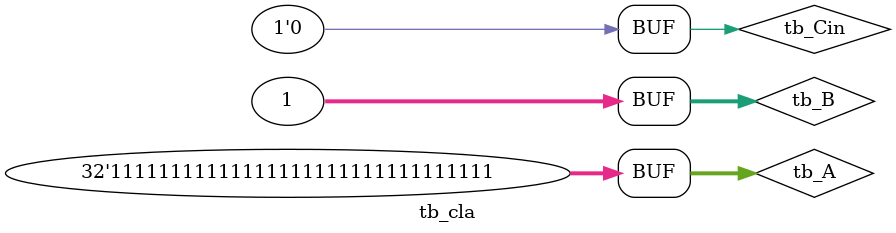
<source format=sv>
`timescale 1ns/10ps

module tb_cla();


// inputs
logic[31:0] tb_A;
logic[31:0] tb_B;
logic tb_Cin; 

// output
logic[31:0] tb_S;



// test module
cla DUT(.A(tb_A), .B(tb_B), .S(tb_S), .Cin(tb_Cin)); 




// intialize dump files & vars
initial begin
    $dumpfile("dump.vcd"); 
    $dumpvars; 
end

// simulation
initial begin
    tb_A =  32'd1; 
    tb_B = 32'd1;
    tb_Cin = 1'b1; 

    #(20); 
    tb_A =  32'd15; 
    tb_B = 32'd27;
    tb_Cin = 1'b1; 
    
    #(20); 
    tb_A =  -32'd1; 
    tb_B = 32'd27;
    tb_Cin = 1'b0; 

    #(20); 
    tb_A =  -32'd17; 
    tb_B =  -32'd468;
    tb_Cin = 1'b0; 
    #(20);

    #(20); 
    tb_A =  32'd5987; 
    tb_B = 32'd1249;
    tb_Cin = 1'b1; 

    #(20);
    tb_A =  32'd0; 
    tb_B = 32'd0;
    tb_Cin = 1'b0; 

    #(20);
    tb_A =  -32'd1; 
    tb_B = 32'd1;
    tb_Cin = 1'b0; 

    #(30);


end


endmodule
</source>
